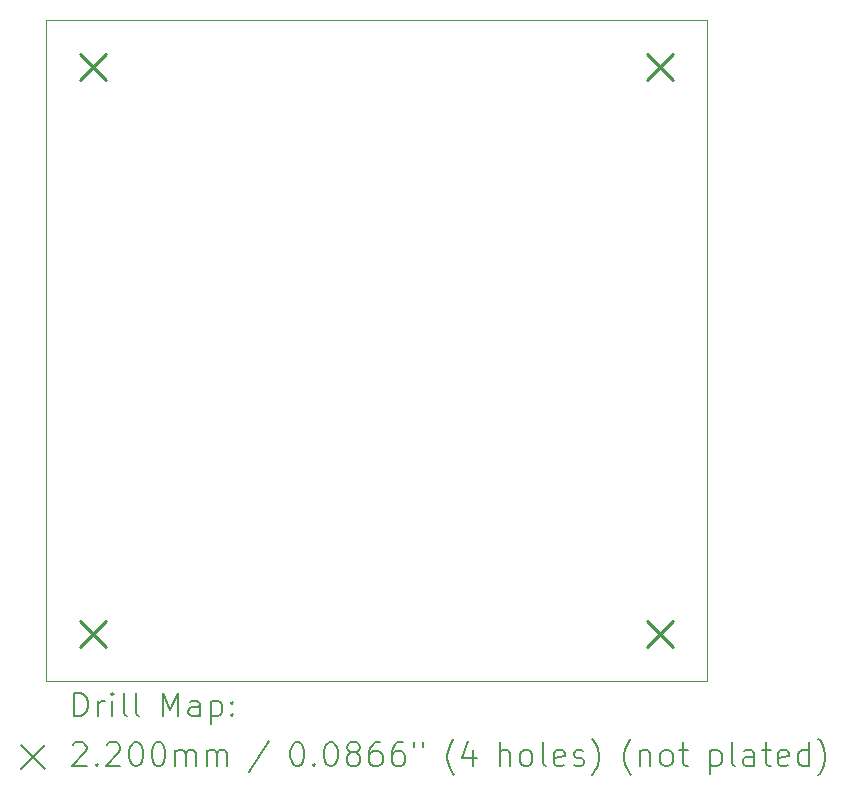
<source format=gbr>
%TF.GenerationSoftware,KiCad,Pcbnew,(7.0.0)*%
%TF.CreationDate,2023-05-21T08:54:48-04:00*%
%TF.ProjectId,Solenoid_Driver,536f6c65-6e6f-4696-945f-447269766572,V1.0*%
%TF.SameCoordinates,Original*%
%TF.FileFunction,Drillmap*%
%TF.FilePolarity,Positive*%
%FSLAX45Y45*%
G04 Gerber Fmt 4.5, Leading zero omitted, Abs format (unit mm)*
G04 Created by KiCad (PCBNEW (7.0.0)) date 2023-05-21 08:54:48*
%MOMM*%
%LPD*%
G01*
G04 APERTURE LIST*
%ADD10C,0.100000*%
%ADD11C,0.200000*%
%ADD12C,0.220000*%
G04 APERTURE END LIST*
D10*
X12000000Y-6000000D02*
X17600000Y-6000000D01*
X17600000Y-6000000D02*
X17600000Y-11600000D01*
X17600000Y-11600000D02*
X12000000Y-11600000D01*
X12000000Y-11600000D02*
X12000000Y-6000000D01*
D11*
D12*
X12290000Y-6290000D02*
X12510000Y-6510000D01*
X12510000Y-6290000D02*
X12290000Y-6510000D01*
X12290000Y-11090000D02*
X12510000Y-11310000D01*
X12510000Y-11090000D02*
X12290000Y-11310000D01*
X17090000Y-6290000D02*
X17310000Y-6510000D01*
X17310000Y-6290000D02*
X17090000Y-6510000D01*
X17090000Y-11090000D02*
X17310000Y-11310000D01*
X17310000Y-11090000D02*
X17090000Y-11310000D01*
D11*
X12242619Y-11898476D02*
X12242619Y-11698476D01*
X12242619Y-11698476D02*
X12290238Y-11698476D01*
X12290238Y-11698476D02*
X12318809Y-11708000D01*
X12318809Y-11708000D02*
X12337857Y-11727048D01*
X12337857Y-11727048D02*
X12347381Y-11746095D01*
X12347381Y-11746095D02*
X12356905Y-11784190D01*
X12356905Y-11784190D02*
X12356905Y-11812762D01*
X12356905Y-11812762D02*
X12347381Y-11850857D01*
X12347381Y-11850857D02*
X12337857Y-11869905D01*
X12337857Y-11869905D02*
X12318809Y-11888952D01*
X12318809Y-11888952D02*
X12290238Y-11898476D01*
X12290238Y-11898476D02*
X12242619Y-11898476D01*
X12442619Y-11898476D02*
X12442619Y-11765143D01*
X12442619Y-11803238D02*
X12452143Y-11784190D01*
X12452143Y-11784190D02*
X12461667Y-11774667D01*
X12461667Y-11774667D02*
X12480714Y-11765143D01*
X12480714Y-11765143D02*
X12499762Y-11765143D01*
X12566428Y-11898476D02*
X12566428Y-11765143D01*
X12566428Y-11698476D02*
X12556905Y-11708000D01*
X12556905Y-11708000D02*
X12566428Y-11717524D01*
X12566428Y-11717524D02*
X12575952Y-11708000D01*
X12575952Y-11708000D02*
X12566428Y-11698476D01*
X12566428Y-11698476D02*
X12566428Y-11717524D01*
X12690238Y-11898476D02*
X12671190Y-11888952D01*
X12671190Y-11888952D02*
X12661667Y-11869905D01*
X12661667Y-11869905D02*
X12661667Y-11698476D01*
X12795000Y-11898476D02*
X12775952Y-11888952D01*
X12775952Y-11888952D02*
X12766428Y-11869905D01*
X12766428Y-11869905D02*
X12766428Y-11698476D01*
X12991190Y-11898476D02*
X12991190Y-11698476D01*
X12991190Y-11698476D02*
X13057857Y-11841333D01*
X13057857Y-11841333D02*
X13124524Y-11698476D01*
X13124524Y-11698476D02*
X13124524Y-11898476D01*
X13305476Y-11898476D02*
X13305476Y-11793714D01*
X13305476Y-11793714D02*
X13295952Y-11774667D01*
X13295952Y-11774667D02*
X13276905Y-11765143D01*
X13276905Y-11765143D02*
X13238809Y-11765143D01*
X13238809Y-11765143D02*
X13219762Y-11774667D01*
X13305476Y-11888952D02*
X13286428Y-11898476D01*
X13286428Y-11898476D02*
X13238809Y-11898476D01*
X13238809Y-11898476D02*
X13219762Y-11888952D01*
X13219762Y-11888952D02*
X13210238Y-11869905D01*
X13210238Y-11869905D02*
X13210238Y-11850857D01*
X13210238Y-11850857D02*
X13219762Y-11831809D01*
X13219762Y-11831809D02*
X13238809Y-11822286D01*
X13238809Y-11822286D02*
X13286428Y-11822286D01*
X13286428Y-11822286D02*
X13305476Y-11812762D01*
X13400714Y-11765143D02*
X13400714Y-11965143D01*
X13400714Y-11774667D02*
X13419762Y-11765143D01*
X13419762Y-11765143D02*
X13457857Y-11765143D01*
X13457857Y-11765143D02*
X13476905Y-11774667D01*
X13476905Y-11774667D02*
X13486428Y-11784190D01*
X13486428Y-11784190D02*
X13495952Y-11803238D01*
X13495952Y-11803238D02*
X13495952Y-11860381D01*
X13495952Y-11860381D02*
X13486428Y-11879428D01*
X13486428Y-11879428D02*
X13476905Y-11888952D01*
X13476905Y-11888952D02*
X13457857Y-11898476D01*
X13457857Y-11898476D02*
X13419762Y-11898476D01*
X13419762Y-11898476D02*
X13400714Y-11888952D01*
X13581667Y-11879428D02*
X13591190Y-11888952D01*
X13591190Y-11888952D02*
X13581667Y-11898476D01*
X13581667Y-11898476D02*
X13572143Y-11888952D01*
X13572143Y-11888952D02*
X13581667Y-11879428D01*
X13581667Y-11879428D02*
X13581667Y-11898476D01*
X13581667Y-11774667D02*
X13591190Y-11784190D01*
X13591190Y-11784190D02*
X13581667Y-11793714D01*
X13581667Y-11793714D02*
X13572143Y-11784190D01*
X13572143Y-11784190D02*
X13581667Y-11774667D01*
X13581667Y-11774667D02*
X13581667Y-11793714D01*
X11795000Y-12145000D02*
X11995000Y-12345000D01*
X11995000Y-12145000D02*
X11795000Y-12345000D01*
X12233095Y-12137524D02*
X12242619Y-12128000D01*
X12242619Y-12128000D02*
X12261667Y-12118476D01*
X12261667Y-12118476D02*
X12309286Y-12118476D01*
X12309286Y-12118476D02*
X12328333Y-12128000D01*
X12328333Y-12128000D02*
X12337857Y-12137524D01*
X12337857Y-12137524D02*
X12347381Y-12156571D01*
X12347381Y-12156571D02*
X12347381Y-12175619D01*
X12347381Y-12175619D02*
X12337857Y-12204190D01*
X12337857Y-12204190D02*
X12223571Y-12318476D01*
X12223571Y-12318476D02*
X12347381Y-12318476D01*
X12433095Y-12299428D02*
X12442619Y-12308952D01*
X12442619Y-12308952D02*
X12433095Y-12318476D01*
X12433095Y-12318476D02*
X12423571Y-12308952D01*
X12423571Y-12308952D02*
X12433095Y-12299428D01*
X12433095Y-12299428D02*
X12433095Y-12318476D01*
X12518809Y-12137524D02*
X12528333Y-12128000D01*
X12528333Y-12128000D02*
X12547381Y-12118476D01*
X12547381Y-12118476D02*
X12595000Y-12118476D01*
X12595000Y-12118476D02*
X12614048Y-12128000D01*
X12614048Y-12128000D02*
X12623571Y-12137524D01*
X12623571Y-12137524D02*
X12633095Y-12156571D01*
X12633095Y-12156571D02*
X12633095Y-12175619D01*
X12633095Y-12175619D02*
X12623571Y-12204190D01*
X12623571Y-12204190D02*
X12509286Y-12318476D01*
X12509286Y-12318476D02*
X12633095Y-12318476D01*
X12756905Y-12118476D02*
X12775952Y-12118476D01*
X12775952Y-12118476D02*
X12795000Y-12128000D01*
X12795000Y-12128000D02*
X12804524Y-12137524D01*
X12804524Y-12137524D02*
X12814048Y-12156571D01*
X12814048Y-12156571D02*
X12823571Y-12194667D01*
X12823571Y-12194667D02*
X12823571Y-12242286D01*
X12823571Y-12242286D02*
X12814048Y-12280381D01*
X12814048Y-12280381D02*
X12804524Y-12299428D01*
X12804524Y-12299428D02*
X12795000Y-12308952D01*
X12795000Y-12308952D02*
X12775952Y-12318476D01*
X12775952Y-12318476D02*
X12756905Y-12318476D01*
X12756905Y-12318476D02*
X12737857Y-12308952D01*
X12737857Y-12308952D02*
X12728333Y-12299428D01*
X12728333Y-12299428D02*
X12718809Y-12280381D01*
X12718809Y-12280381D02*
X12709286Y-12242286D01*
X12709286Y-12242286D02*
X12709286Y-12194667D01*
X12709286Y-12194667D02*
X12718809Y-12156571D01*
X12718809Y-12156571D02*
X12728333Y-12137524D01*
X12728333Y-12137524D02*
X12737857Y-12128000D01*
X12737857Y-12128000D02*
X12756905Y-12118476D01*
X12947381Y-12118476D02*
X12966429Y-12118476D01*
X12966429Y-12118476D02*
X12985476Y-12128000D01*
X12985476Y-12128000D02*
X12995000Y-12137524D01*
X12995000Y-12137524D02*
X13004524Y-12156571D01*
X13004524Y-12156571D02*
X13014048Y-12194667D01*
X13014048Y-12194667D02*
X13014048Y-12242286D01*
X13014048Y-12242286D02*
X13004524Y-12280381D01*
X13004524Y-12280381D02*
X12995000Y-12299428D01*
X12995000Y-12299428D02*
X12985476Y-12308952D01*
X12985476Y-12308952D02*
X12966429Y-12318476D01*
X12966429Y-12318476D02*
X12947381Y-12318476D01*
X12947381Y-12318476D02*
X12928333Y-12308952D01*
X12928333Y-12308952D02*
X12918809Y-12299428D01*
X12918809Y-12299428D02*
X12909286Y-12280381D01*
X12909286Y-12280381D02*
X12899762Y-12242286D01*
X12899762Y-12242286D02*
X12899762Y-12194667D01*
X12899762Y-12194667D02*
X12909286Y-12156571D01*
X12909286Y-12156571D02*
X12918809Y-12137524D01*
X12918809Y-12137524D02*
X12928333Y-12128000D01*
X12928333Y-12128000D02*
X12947381Y-12118476D01*
X13099762Y-12318476D02*
X13099762Y-12185143D01*
X13099762Y-12204190D02*
X13109286Y-12194667D01*
X13109286Y-12194667D02*
X13128333Y-12185143D01*
X13128333Y-12185143D02*
X13156905Y-12185143D01*
X13156905Y-12185143D02*
X13175952Y-12194667D01*
X13175952Y-12194667D02*
X13185476Y-12213714D01*
X13185476Y-12213714D02*
X13185476Y-12318476D01*
X13185476Y-12213714D02*
X13195000Y-12194667D01*
X13195000Y-12194667D02*
X13214048Y-12185143D01*
X13214048Y-12185143D02*
X13242619Y-12185143D01*
X13242619Y-12185143D02*
X13261667Y-12194667D01*
X13261667Y-12194667D02*
X13271190Y-12213714D01*
X13271190Y-12213714D02*
X13271190Y-12318476D01*
X13366429Y-12318476D02*
X13366429Y-12185143D01*
X13366429Y-12204190D02*
X13375952Y-12194667D01*
X13375952Y-12194667D02*
X13395000Y-12185143D01*
X13395000Y-12185143D02*
X13423571Y-12185143D01*
X13423571Y-12185143D02*
X13442619Y-12194667D01*
X13442619Y-12194667D02*
X13452143Y-12213714D01*
X13452143Y-12213714D02*
X13452143Y-12318476D01*
X13452143Y-12213714D02*
X13461667Y-12194667D01*
X13461667Y-12194667D02*
X13480714Y-12185143D01*
X13480714Y-12185143D02*
X13509286Y-12185143D01*
X13509286Y-12185143D02*
X13528333Y-12194667D01*
X13528333Y-12194667D02*
X13537857Y-12213714D01*
X13537857Y-12213714D02*
X13537857Y-12318476D01*
X13895952Y-12108952D02*
X13724524Y-12366095D01*
X14120714Y-12118476D02*
X14139762Y-12118476D01*
X14139762Y-12118476D02*
X14158810Y-12128000D01*
X14158810Y-12128000D02*
X14168333Y-12137524D01*
X14168333Y-12137524D02*
X14177857Y-12156571D01*
X14177857Y-12156571D02*
X14187381Y-12194667D01*
X14187381Y-12194667D02*
X14187381Y-12242286D01*
X14187381Y-12242286D02*
X14177857Y-12280381D01*
X14177857Y-12280381D02*
X14168333Y-12299428D01*
X14168333Y-12299428D02*
X14158810Y-12308952D01*
X14158810Y-12308952D02*
X14139762Y-12318476D01*
X14139762Y-12318476D02*
X14120714Y-12318476D01*
X14120714Y-12318476D02*
X14101667Y-12308952D01*
X14101667Y-12308952D02*
X14092143Y-12299428D01*
X14092143Y-12299428D02*
X14082619Y-12280381D01*
X14082619Y-12280381D02*
X14073095Y-12242286D01*
X14073095Y-12242286D02*
X14073095Y-12194667D01*
X14073095Y-12194667D02*
X14082619Y-12156571D01*
X14082619Y-12156571D02*
X14092143Y-12137524D01*
X14092143Y-12137524D02*
X14101667Y-12128000D01*
X14101667Y-12128000D02*
X14120714Y-12118476D01*
X14273095Y-12299428D02*
X14282619Y-12308952D01*
X14282619Y-12308952D02*
X14273095Y-12318476D01*
X14273095Y-12318476D02*
X14263571Y-12308952D01*
X14263571Y-12308952D02*
X14273095Y-12299428D01*
X14273095Y-12299428D02*
X14273095Y-12318476D01*
X14406429Y-12118476D02*
X14425476Y-12118476D01*
X14425476Y-12118476D02*
X14444524Y-12128000D01*
X14444524Y-12128000D02*
X14454048Y-12137524D01*
X14454048Y-12137524D02*
X14463571Y-12156571D01*
X14463571Y-12156571D02*
X14473095Y-12194667D01*
X14473095Y-12194667D02*
X14473095Y-12242286D01*
X14473095Y-12242286D02*
X14463571Y-12280381D01*
X14463571Y-12280381D02*
X14454048Y-12299428D01*
X14454048Y-12299428D02*
X14444524Y-12308952D01*
X14444524Y-12308952D02*
X14425476Y-12318476D01*
X14425476Y-12318476D02*
X14406429Y-12318476D01*
X14406429Y-12318476D02*
X14387381Y-12308952D01*
X14387381Y-12308952D02*
X14377857Y-12299428D01*
X14377857Y-12299428D02*
X14368333Y-12280381D01*
X14368333Y-12280381D02*
X14358810Y-12242286D01*
X14358810Y-12242286D02*
X14358810Y-12194667D01*
X14358810Y-12194667D02*
X14368333Y-12156571D01*
X14368333Y-12156571D02*
X14377857Y-12137524D01*
X14377857Y-12137524D02*
X14387381Y-12128000D01*
X14387381Y-12128000D02*
X14406429Y-12118476D01*
X14587381Y-12204190D02*
X14568333Y-12194667D01*
X14568333Y-12194667D02*
X14558810Y-12185143D01*
X14558810Y-12185143D02*
X14549286Y-12166095D01*
X14549286Y-12166095D02*
X14549286Y-12156571D01*
X14549286Y-12156571D02*
X14558810Y-12137524D01*
X14558810Y-12137524D02*
X14568333Y-12128000D01*
X14568333Y-12128000D02*
X14587381Y-12118476D01*
X14587381Y-12118476D02*
X14625476Y-12118476D01*
X14625476Y-12118476D02*
X14644524Y-12128000D01*
X14644524Y-12128000D02*
X14654048Y-12137524D01*
X14654048Y-12137524D02*
X14663571Y-12156571D01*
X14663571Y-12156571D02*
X14663571Y-12166095D01*
X14663571Y-12166095D02*
X14654048Y-12185143D01*
X14654048Y-12185143D02*
X14644524Y-12194667D01*
X14644524Y-12194667D02*
X14625476Y-12204190D01*
X14625476Y-12204190D02*
X14587381Y-12204190D01*
X14587381Y-12204190D02*
X14568333Y-12213714D01*
X14568333Y-12213714D02*
X14558810Y-12223238D01*
X14558810Y-12223238D02*
X14549286Y-12242286D01*
X14549286Y-12242286D02*
X14549286Y-12280381D01*
X14549286Y-12280381D02*
X14558810Y-12299428D01*
X14558810Y-12299428D02*
X14568333Y-12308952D01*
X14568333Y-12308952D02*
X14587381Y-12318476D01*
X14587381Y-12318476D02*
X14625476Y-12318476D01*
X14625476Y-12318476D02*
X14644524Y-12308952D01*
X14644524Y-12308952D02*
X14654048Y-12299428D01*
X14654048Y-12299428D02*
X14663571Y-12280381D01*
X14663571Y-12280381D02*
X14663571Y-12242286D01*
X14663571Y-12242286D02*
X14654048Y-12223238D01*
X14654048Y-12223238D02*
X14644524Y-12213714D01*
X14644524Y-12213714D02*
X14625476Y-12204190D01*
X14835000Y-12118476D02*
X14796905Y-12118476D01*
X14796905Y-12118476D02*
X14777857Y-12128000D01*
X14777857Y-12128000D02*
X14768333Y-12137524D01*
X14768333Y-12137524D02*
X14749286Y-12166095D01*
X14749286Y-12166095D02*
X14739762Y-12204190D01*
X14739762Y-12204190D02*
X14739762Y-12280381D01*
X14739762Y-12280381D02*
X14749286Y-12299428D01*
X14749286Y-12299428D02*
X14758810Y-12308952D01*
X14758810Y-12308952D02*
X14777857Y-12318476D01*
X14777857Y-12318476D02*
X14815952Y-12318476D01*
X14815952Y-12318476D02*
X14835000Y-12308952D01*
X14835000Y-12308952D02*
X14844524Y-12299428D01*
X14844524Y-12299428D02*
X14854048Y-12280381D01*
X14854048Y-12280381D02*
X14854048Y-12232762D01*
X14854048Y-12232762D02*
X14844524Y-12213714D01*
X14844524Y-12213714D02*
X14835000Y-12204190D01*
X14835000Y-12204190D02*
X14815952Y-12194667D01*
X14815952Y-12194667D02*
X14777857Y-12194667D01*
X14777857Y-12194667D02*
X14758810Y-12204190D01*
X14758810Y-12204190D02*
X14749286Y-12213714D01*
X14749286Y-12213714D02*
X14739762Y-12232762D01*
X15025476Y-12118476D02*
X14987381Y-12118476D01*
X14987381Y-12118476D02*
X14968333Y-12128000D01*
X14968333Y-12128000D02*
X14958810Y-12137524D01*
X14958810Y-12137524D02*
X14939762Y-12166095D01*
X14939762Y-12166095D02*
X14930238Y-12204190D01*
X14930238Y-12204190D02*
X14930238Y-12280381D01*
X14930238Y-12280381D02*
X14939762Y-12299428D01*
X14939762Y-12299428D02*
X14949286Y-12308952D01*
X14949286Y-12308952D02*
X14968333Y-12318476D01*
X14968333Y-12318476D02*
X15006429Y-12318476D01*
X15006429Y-12318476D02*
X15025476Y-12308952D01*
X15025476Y-12308952D02*
X15035000Y-12299428D01*
X15035000Y-12299428D02*
X15044524Y-12280381D01*
X15044524Y-12280381D02*
X15044524Y-12232762D01*
X15044524Y-12232762D02*
X15035000Y-12213714D01*
X15035000Y-12213714D02*
X15025476Y-12204190D01*
X15025476Y-12204190D02*
X15006429Y-12194667D01*
X15006429Y-12194667D02*
X14968333Y-12194667D01*
X14968333Y-12194667D02*
X14949286Y-12204190D01*
X14949286Y-12204190D02*
X14939762Y-12213714D01*
X14939762Y-12213714D02*
X14930238Y-12232762D01*
X15120714Y-12118476D02*
X15120714Y-12156571D01*
X15196905Y-12118476D02*
X15196905Y-12156571D01*
X15459762Y-12394667D02*
X15450238Y-12385143D01*
X15450238Y-12385143D02*
X15431191Y-12356571D01*
X15431191Y-12356571D02*
X15421667Y-12337524D01*
X15421667Y-12337524D02*
X15412143Y-12308952D01*
X15412143Y-12308952D02*
X15402619Y-12261333D01*
X15402619Y-12261333D02*
X15402619Y-12223238D01*
X15402619Y-12223238D02*
X15412143Y-12175619D01*
X15412143Y-12175619D02*
X15421667Y-12147048D01*
X15421667Y-12147048D02*
X15431191Y-12128000D01*
X15431191Y-12128000D02*
X15450238Y-12099428D01*
X15450238Y-12099428D02*
X15459762Y-12089905D01*
X15621667Y-12185143D02*
X15621667Y-12318476D01*
X15574048Y-12108952D02*
X15526429Y-12251809D01*
X15526429Y-12251809D02*
X15650238Y-12251809D01*
X15846429Y-12318476D02*
X15846429Y-12118476D01*
X15932143Y-12318476D02*
X15932143Y-12213714D01*
X15932143Y-12213714D02*
X15922619Y-12194667D01*
X15922619Y-12194667D02*
X15903572Y-12185143D01*
X15903572Y-12185143D02*
X15875000Y-12185143D01*
X15875000Y-12185143D02*
X15855952Y-12194667D01*
X15855952Y-12194667D02*
X15846429Y-12204190D01*
X16055952Y-12318476D02*
X16036905Y-12308952D01*
X16036905Y-12308952D02*
X16027381Y-12299428D01*
X16027381Y-12299428D02*
X16017857Y-12280381D01*
X16017857Y-12280381D02*
X16017857Y-12223238D01*
X16017857Y-12223238D02*
X16027381Y-12204190D01*
X16027381Y-12204190D02*
X16036905Y-12194667D01*
X16036905Y-12194667D02*
X16055952Y-12185143D01*
X16055952Y-12185143D02*
X16084524Y-12185143D01*
X16084524Y-12185143D02*
X16103572Y-12194667D01*
X16103572Y-12194667D02*
X16113095Y-12204190D01*
X16113095Y-12204190D02*
X16122619Y-12223238D01*
X16122619Y-12223238D02*
X16122619Y-12280381D01*
X16122619Y-12280381D02*
X16113095Y-12299428D01*
X16113095Y-12299428D02*
X16103572Y-12308952D01*
X16103572Y-12308952D02*
X16084524Y-12318476D01*
X16084524Y-12318476D02*
X16055952Y-12318476D01*
X16236905Y-12318476D02*
X16217857Y-12308952D01*
X16217857Y-12308952D02*
X16208333Y-12289905D01*
X16208333Y-12289905D02*
X16208333Y-12118476D01*
X16389286Y-12308952D02*
X16370238Y-12318476D01*
X16370238Y-12318476D02*
X16332143Y-12318476D01*
X16332143Y-12318476D02*
X16313095Y-12308952D01*
X16313095Y-12308952D02*
X16303572Y-12289905D01*
X16303572Y-12289905D02*
X16303572Y-12213714D01*
X16303572Y-12213714D02*
X16313095Y-12194667D01*
X16313095Y-12194667D02*
X16332143Y-12185143D01*
X16332143Y-12185143D02*
X16370238Y-12185143D01*
X16370238Y-12185143D02*
X16389286Y-12194667D01*
X16389286Y-12194667D02*
X16398810Y-12213714D01*
X16398810Y-12213714D02*
X16398810Y-12232762D01*
X16398810Y-12232762D02*
X16303572Y-12251809D01*
X16475000Y-12308952D02*
X16494048Y-12318476D01*
X16494048Y-12318476D02*
X16532143Y-12318476D01*
X16532143Y-12318476D02*
X16551191Y-12308952D01*
X16551191Y-12308952D02*
X16560714Y-12289905D01*
X16560714Y-12289905D02*
X16560714Y-12280381D01*
X16560714Y-12280381D02*
X16551191Y-12261333D01*
X16551191Y-12261333D02*
X16532143Y-12251809D01*
X16532143Y-12251809D02*
X16503572Y-12251809D01*
X16503572Y-12251809D02*
X16484524Y-12242286D01*
X16484524Y-12242286D02*
X16475000Y-12223238D01*
X16475000Y-12223238D02*
X16475000Y-12213714D01*
X16475000Y-12213714D02*
X16484524Y-12194667D01*
X16484524Y-12194667D02*
X16503572Y-12185143D01*
X16503572Y-12185143D02*
X16532143Y-12185143D01*
X16532143Y-12185143D02*
X16551191Y-12194667D01*
X16627381Y-12394667D02*
X16636905Y-12385143D01*
X16636905Y-12385143D02*
X16655953Y-12356571D01*
X16655953Y-12356571D02*
X16665476Y-12337524D01*
X16665476Y-12337524D02*
X16675000Y-12308952D01*
X16675000Y-12308952D02*
X16684524Y-12261333D01*
X16684524Y-12261333D02*
X16684524Y-12223238D01*
X16684524Y-12223238D02*
X16675000Y-12175619D01*
X16675000Y-12175619D02*
X16665476Y-12147048D01*
X16665476Y-12147048D02*
X16655953Y-12128000D01*
X16655953Y-12128000D02*
X16636905Y-12099428D01*
X16636905Y-12099428D02*
X16627381Y-12089905D01*
X16956905Y-12394667D02*
X16947381Y-12385143D01*
X16947381Y-12385143D02*
X16928334Y-12356571D01*
X16928334Y-12356571D02*
X16918810Y-12337524D01*
X16918810Y-12337524D02*
X16909286Y-12308952D01*
X16909286Y-12308952D02*
X16899762Y-12261333D01*
X16899762Y-12261333D02*
X16899762Y-12223238D01*
X16899762Y-12223238D02*
X16909286Y-12175619D01*
X16909286Y-12175619D02*
X16918810Y-12147048D01*
X16918810Y-12147048D02*
X16928334Y-12128000D01*
X16928334Y-12128000D02*
X16947381Y-12099428D01*
X16947381Y-12099428D02*
X16956905Y-12089905D01*
X17033095Y-12185143D02*
X17033095Y-12318476D01*
X17033095Y-12204190D02*
X17042619Y-12194667D01*
X17042619Y-12194667D02*
X17061667Y-12185143D01*
X17061667Y-12185143D02*
X17090238Y-12185143D01*
X17090238Y-12185143D02*
X17109286Y-12194667D01*
X17109286Y-12194667D02*
X17118810Y-12213714D01*
X17118810Y-12213714D02*
X17118810Y-12318476D01*
X17242619Y-12318476D02*
X17223572Y-12308952D01*
X17223572Y-12308952D02*
X17214048Y-12299428D01*
X17214048Y-12299428D02*
X17204524Y-12280381D01*
X17204524Y-12280381D02*
X17204524Y-12223238D01*
X17204524Y-12223238D02*
X17214048Y-12204190D01*
X17214048Y-12204190D02*
X17223572Y-12194667D01*
X17223572Y-12194667D02*
X17242619Y-12185143D01*
X17242619Y-12185143D02*
X17271191Y-12185143D01*
X17271191Y-12185143D02*
X17290238Y-12194667D01*
X17290238Y-12194667D02*
X17299762Y-12204190D01*
X17299762Y-12204190D02*
X17309286Y-12223238D01*
X17309286Y-12223238D02*
X17309286Y-12280381D01*
X17309286Y-12280381D02*
X17299762Y-12299428D01*
X17299762Y-12299428D02*
X17290238Y-12308952D01*
X17290238Y-12308952D02*
X17271191Y-12318476D01*
X17271191Y-12318476D02*
X17242619Y-12318476D01*
X17366429Y-12185143D02*
X17442619Y-12185143D01*
X17395000Y-12118476D02*
X17395000Y-12289905D01*
X17395000Y-12289905D02*
X17404524Y-12308952D01*
X17404524Y-12308952D02*
X17423572Y-12318476D01*
X17423572Y-12318476D02*
X17442619Y-12318476D01*
X17629286Y-12185143D02*
X17629286Y-12385143D01*
X17629286Y-12194667D02*
X17648334Y-12185143D01*
X17648334Y-12185143D02*
X17686429Y-12185143D01*
X17686429Y-12185143D02*
X17705476Y-12194667D01*
X17705476Y-12194667D02*
X17715000Y-12204190D01*
X17715000Y-12204190D02*
X17724524Y-12223238D01*
X17724524Y-12223238D02*
X17724524Y-12280381D01*
X17724524Y-12280381D02*
X17715000Y-12299428D01*
X17715000Y-12299428D02*
X17705476Y-12308952D01*
X17705476Y-12308952D02*
X17686429Y-12318476D01*
X17686429Y-12318476D02*
X17648334Y-12318476D01*
X17648334Y-12318476D02*
X17629286Y-12308952D01*
X17838810Y-12318476D02*
X17819762Y-12308952D01*
X17819762Y-12308952D02*
X17810238Y-12289905D01*
X17810238Y-12289905D02*
X17810238Y-12118476D01*
X18000715Y-12318476D02*
X18000715Y-12213714D01*
X18000715Y-12213714D02*
X17991191Y-12194667D01*
X17991191Y-12194667D02*
X17972143Y-12185143D01*
X17972143Y-12185143D02*
X17934048Y-12185143D01*
X17934048Y-12185143D02*
X17915000Y-12194667D01*
X18000715Y-12308952D02*
X17981667Y-12318476D01*
X17981667Y-12318476D02*
X17934048Y-12318476D01*
X17934048Y-12318476D02*
X17915000Y-12308952D01*
X17915000Y-12308952D02*
X17905476Y-12289905D01*
X17905476Y-12289905D02*
X17905476Y-12270857D01*
X17905476Y-12270857D02*
X17915000Y-12251809D01*
X17915000Y-12251809D02*
X17934048Y-12242286D01*
X17934048Y-12242286D02*
X17981667Y-12242286D01*
X17981667Y-12242286D02*
X18000715Y-12232762D01*
X18067381Y-12185143D02*
X18143572Y-12185143D01*
X18095953Y-12118476D02*
X18095953Y-12289905D01*
X18095953Y-12289905D02*
X18105476Y-12308952D01*
X18105476Y-12308952D02*
X18124524Y-12318476D01*
X18124524Y-12318476D02*
X18143572Y-12318476D01*
X18286429Y-12308952D02*
X18267381Y-12318476D01*
X18267381Y-12318476D02*
X18229286Y-12318476D01*
X18229286Y-12318476D02*
X18210238Y-12308952D01*
X18210238Y-12308952D02*
X18200715Y-12289905D01*
X18200715Y-12289905D02*
X18200715Y-12213714D01*
X18200715Y-12213714D02*
X18210238Y-12194667D01*
X18210238Y-12194667D02*
X18229286Y-12185143D01*
X18229286Y-12185143D02*
X18267381Y-12185143D01*
X18267381Y-12185143D02*
X18286429Y-12194667D01*
X18286429Y-12194667D02*
X18295953Y-12213714D01*
X18295953Y-12213714D02*
X18295953Y-12232762D01*
X18295953Y-12232762D02*
X18200715Y-12251809D01*
X18467381Y-12318476D02*
X18467381Y-12118476D01*
X18467381Y-12308952D02*
X18448334Y-12318476D01*
X18448334Y-12318476D02*
X18410238Y-12318476D01*
X18410238Y-12318476D02*
X18391191Y-12308952D01*
X18391191Y-12308952D02*
X18381667Y-12299428D01*
X18381667Y-12299428D02*
X18372143Y-12280381D01*
X18372143Y-12280381D02*
X18372143Y-12223238D01*
X18372143Y-12223238D02*
X18381667Y-12204190D01*
X18381667Y-12204190D02*
X18391191Y-12194667D01*
X18391191Y-12194667D02*
X18410238Y-12185143D01*
X18410238Y-12185143D02*
X18448334Y-12185143D01*
X18448334Y-12185143D02*
X18467381Y-12194667D01*
X18543572Y-12394667D02*
X18553096Y-12385143D01*
X18553096Y-12385143D02*
X18572143Y-12356571D01*
X18572143Y-12356571D02*
X18581667Y-12337524D01*
X18581667Y-12337524D02*
X18591191Y-12308952D01*
X18591191Y-12308952D02*
X18600715Y-12261333D01*
X18600715Y-12261333D02*
X18600715Y-12223238D01*
X18600715Y-12223238D02*
X18591191Y-12175619D01*
X18591191Y-12175619D02*
X18581667Y-12147048D01*
X18581667Y-12147048D02*
X18572143Y-12128000D01*
X18572143Y-12128000D02*
X18553096Y-12099428D01*
X18553096Y-12099428D02*
X18543572Y-12089905D01*
M02*

</source>
